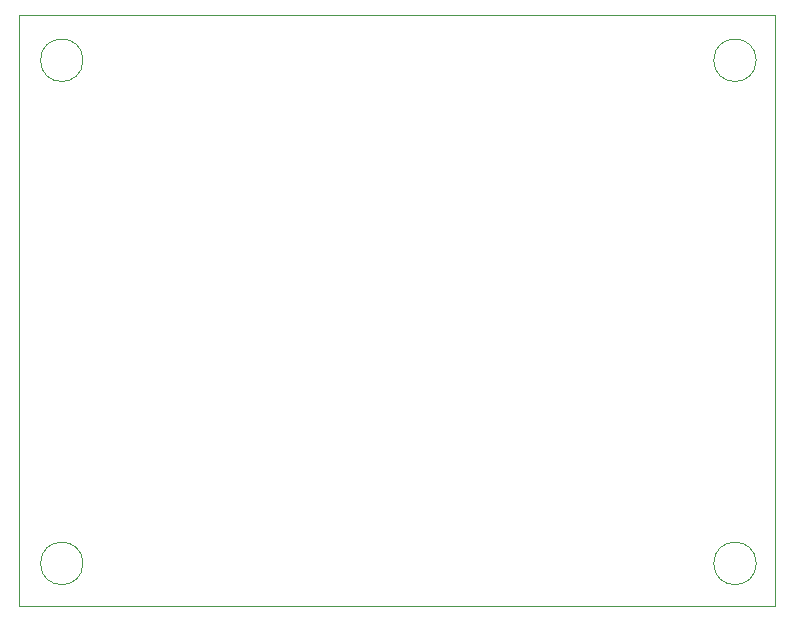
<source format=gm1>
G04 #@! TF.GenerationSoftware,KiCad,Pcbnew,9.0.2*
G04 #@! TF.CreationDate,2025-07-03T21:31:51+02:00*
G04 #@! TF.ProjectId,clock divider,636c6f63-6b20-4646-9976-696465722e6b,rev?*
G04 #@! TF.SameCoordinates,Original*
G04 #@! TF.FileFunction,Profile,NP*
%FSLAX46Y46*%
G04 Gerber Fmt 4.6, Leading zero omitted, Abs format (unit mm)*
G04 Created by KiCad (PCBNEW 9.0.2) date 2025-07-03 21:31:51*
%MOMM*%
%LPD*%
G01*
G04 APERTURE LIST*
G04 #@! TA.AperFunction,Profile*
%ADD10C,0.050000*%
G04 #@! TD*
G04 APERTURE END LIST*
D10*
X160400000Y-60000000D02*
X224400000Y-60000000D01*
X224400000Y-110000000D01*
X160400000Y-110000000D01*
X160400000Y-60000000D01*
X222800000Y-63800000D02*
G75*
G02*
X219200000Y-63800000I-1800000J0D01*
G01*
X219200000Y-63800000D02*
G75*
G02*
X222800000Y-63800000I1800000J0D01*
G01*
X165800000Y-106400000D02*
G75*
G02*
X162200000Y-106400000I-1800000J0D01*
G01*
X162200000Y-106400000D02*
G75*
G02*
X165800000Y-106400000I1800000J0D01*
G01*
X222800000Y-106400000D02*
G75*
G02*
X219200000Y-106400000I-1800000J0D01*
G01*
X219200000Y-106400000D02*
G75*
G02*
X222800000Y-106400000I1800000J0D01*
G01*
X165800000Y-63800000D02*
G75*
G02*
X162200000Y-63800000I-1800000J0D01*
G01*
X162200000Y-63800000D02*
G75*
G02*
X165800000Y-63800000I1800000J0D01*
G01*
M02*

</source>
